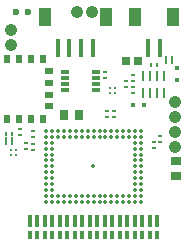
<source format=gbr>
G04 EAGLE Gerber RS-274X export*
G75*
%MOMM*%
%FSLAX34Y34*%
%LPD*%
%INSoldermask Top*%
%IPPOS*%
%AMOC8*
5,1,8,0,0,1.08239X$1,22.5*%
G01*
%ADD10R,0.350000X0.250000*%
%ADD11R,0.381000X0.762000*%
%ADD12R,0.381000X1.016000*%
%ADD13C,0.350000*%
%ADD14R,0.700000X0.900000*%
%ADD15C,0.250000*%
%ADD16R,0.400000X1.500000*%
%ADD17R,1.000000X1.500000*%
%ADD18C,1.050000*%
%ADD19C,0.600000*%
%ADD20R,0.460000X0.400000*%
%ADD21R,0.500000X0.800000*%
%ADD22R,0.800000X0.500000*%
%ADD23R,0.800000X0.300000*%
%ADD24R,0.430000X0.280000*%
%ADD25R,0.400000X0.460000*%
%ADD26R,0.250000X0.350000*%
%ADD27R,0.900000X0.700000*%
%ADD28R,0.260000X0.900000*%
%ADD29R,0.685800X0.762000*%
%ADD30R,0.280000X0.430000*%


D10*
X38800Y125400D03*
X38800Y120400D03*
D11*
X119075Y37660D03*
X112725Y37660D03*
X125425Y37660D03*
X106375Y37660D03*
X131775Y37660D03*
X100025Y37660D03*
X138125Y37660D03*
X144475Y37660D03*
X93675Y37660D03*
X87325Y37660D03*
D12*
X144475Y49090D03*
X138125Y49090D03*
X131775Y49090D03*
X125425Y49090D03*
X119075Y49090D03*
X112725Y49090D03*
X106375Y49090D03*
X100025Y49090D03*
D11*
X80975Y37660D03*
X74625Y37660D03*
X68275Y37660D03*
X61925Y37660D03*
X55575Y37660D03*
X49225Y37660D03*
X42875Y37660D03*
X36525Y37660D03*
D12*
X93675Y49090D03*
X87325Y49090D03*
X80975Y49090D03*
X74625Y49090D03*
X68275Y49090D03*
X61925Y49090D03*
X55575Y49090D03*
X49225Y49090D03*
X42875Y49090D03*
X36525Y49090D03*
D13*
X130500Y65500D03*
X125500Y65500D03*
X120500Y65500D03*
X115500Y65500D03*
X110500Y65500D03*
X105500Y65500D03*
X100500Y65500D03*
X95500Y65500D03*
X90500Y65500D03*
X85500Y65500D03*
X80500Y65500D03*
X75500Y65500D03*
X70500Y65500D03*
X65500Y65500D03*
X60500Y65500D03*
X55500Y65500D03*
X130500Y70500D03*
X125500Y70500D03*
X120500Y70500D03*
X115500Y70500D03*
X110500Y70500D03*
X105500Y70500D03*
X100500Y70500D03*
X95500Y70500D03*
X90500Y70500D03*
X85500Y70500D03*
X80500Y70500D03*
X75500Y70500D03*
X70500Y70500D03*
X65500Y70500D03*
X60500Y70500D03*
X55500Y70500D03*
X130500Y75500D03*
X125500Y75500D03*
X55500Y75500D03*
X130500Y80500D03*
X130500Y85500D03*
X125500Y80500D03*
X55500Y80500D03*
X50500Y80500D03*
X125500Y85500D03*
X55500Y85500D03*
X50500Y85500D03*
X130500Y90500D03*
X125500Y90500D03*
X55500Y90500D03*
X50500Y90500D03*
X130500Y95500D03*
X125500Y95500D03*
X55500Y95500D03*
X50500Y95500D03*
X130500Y100500D03*
X125500Y100500D03*
X55500Y100500D03*
X50500Y100500D03*
X130500Y105500D03*
X125500Y105500D03*
X55500Y105500D03*
X50500Y105500D03*
X130500Y110500D03*
X125500Y110500D03*
X55500Y110500D03*
X50500Y110500D03*
X130500Y115500D03*
X125500Y115500D03*
X55500Y115500D03*
X50500Y65500D03*
X50500Y70500D03*
X50500Y75500D03*
X50500Y115500D03*
X130500Y120500D03*
X125500Y120500D03*
X120500Y120500D03*
X115500Y120500D03*
X110500Y120500D03*
X105500Y120500D03*
X100500Y120500D03*
X95500Y120500D03*
X90500Y120500D03*
X85500Y120500D03*
X80500Y120500D03*
X75500Y120500D03*
X70500Y120500D03*
X65500Y120500D03*
X60500Y120500D03*
X55500Y120500D03*
X50500Y120500D03*
X130500Y125500D03*
X125500Y125500D03*
X120500Y125500D03*
X115500Y125500D03*
X110500Y125500D03*
X105500Y125500D03*
X100500Y125500D03*
X95500Y125500D03*
X90500Y125500D03*
X85500Y125500D03*
X80500Y125500D03*
X75500Y125500D03*
X70500Y125500D03*
X65500Y125500D03*
X60500Y125500D03*
X55500Y125500D03*
X50500Y125500D03*
X90400Y95500D03*
D14*
X78500Y139000D03*
X65500Y139000D03*
D15*
X25032Y105468D03*
X20968Y105468D03*
X25032Y109532D03*
X20968Y109532D03*
D10*
X33000Y110500D03*
X33000Y115500D03*
D16*
X136500Y196000D03*
X146500Y196000D03*
D17*
X125500Y221600D03*
X157500Y221600D03*
D16*
X60000Y196000D03*
X70000Y196000D03*
D17*
X49000Y221600D03*
X101000Y221600D03*
D16*
X80000Y196000D03*
X90000Y196000D03*
D18*
X76150Y226000D03*
X88850Y226000D03*
D19*
X35000Y226500D03*
X25000Y226500D03*
D20*
X161000Y168500D03*
X161000Y178500D03*
D21*
X17500Y136000D03*
X27500Y136000D03*
X37500Y136000D03*
X47500Y136000D03*
D22*
X52918Y146282D03*
X52918Y156282D03*
X52918Y166282D03*
X52918Y176282D03*
D21*
X47500Y186518D03*
X37500Y186518D03*
X27500Y186518D03*
X17500Y186518D03*
D23*
X66500Y175000D03*
X66500Y170000D03*
X66500Y165000D03*
X66500Y160000D03*
X92500Y160000D03*
X92500Y165000D03*
X92500Y170000D03*
X92500Y175000D03*
D24*
X118000Y162950D03*
X118000Y168050D03*
D25*
X133500Y147500D03*
X123500Y147500D03*
D24*
X102000Y142050D03*
X102000Y136950D03*
X108000Y142050D03*
X108000Y136950D03*
D26*
X157000Y187500D03*
X152000Y187500D03*
D10*
X100000Y170000D03*
X100000Y175000D03*
D18*
X20500Y210850D03*
X20500Y198150D03*
X159000Y137550D03*
X159000Y150250D03*
X159000Y112150D03*
X159000Y124850D03*
D24*
X28000Y127050D03*
X28000Y121950D03*
D26*
X21500Y119000D03*
X16500Y119000D03*
X157000Y183500D03*
X152000Y183500D03*
D27*
X160000Y87000D03*
X160000Y100000D03*
D24*
X39500Y114550D03*
X39500Y109450D03*
D15*
X108650Y162150D03*
X108650Y157900D03*
X104400Y162150D03*
X104400Y157900D03*
D28*
X150000Y172000D03*
X150000Y157500D03*
X144000Y172000D03*
X138000Y172000D03*
X132000Y172000D03*
X132000Y157500D03*
X138000Y157500D03*
X144000Y157500D03*
D29*
X128334Y184500D03*
X117666Y184500D03*
D24*
X124000Y167950D03*
X124000Y173050D03*
X124000Y157450D03*
X124000Y162550D03*
D30*
X138950Y181500D03*
X144050Y181500D03*
D26*
X21500Y123000D03*
X16500Y123000D03*
X21500Y115000D03*
X16500Y115000D03*
D24*
X146500Y121050D03*
X146500Y115950D03*
X141500Y110950D03*
X141500Y116050D03*
M02*

</source>
